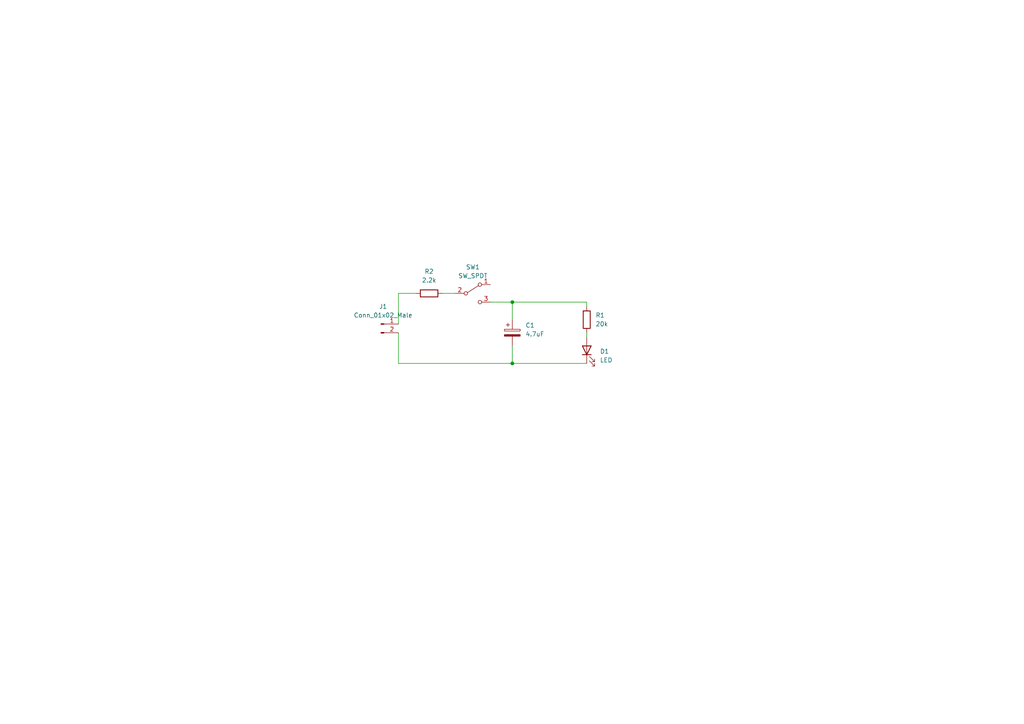
<source format=kicad_sch>
(kicad_sch (version 20211123) (generator eeschema)
  (paper "A4")
  (lib_symbols
    (symbol "Connector:Conn_01x02_Male" (pin_names (offset 1.016) hide)
      (property "Reference" "J" (at 0 2.54 0))
      (property "Value" "Conn_01x02_Male" (at 0 -5.08 0))
      (symbol "Conn_01x02_Male_1_1"
        (polyline (pts (xy 1.27 -2.54) (xy 0.8636 -2.54)) (stroke (width 0.1524)))
        (polyline (pts (xy 1.27 0) (xy 0.8636 0)) (stroke (width 0.1524)))
        (rectangle (start 0.8636 -2.413) (end 0 -2.667) (stroke (width 0.1524)) (fill (type outline)))
        (rectangle (start 0.8636 0.127) (end 0 -0.127) (stroke (width 0.1524)) (fill (type outline)))
        (pin passive line (at 5.08 0 180) (length 3.81) (name "Pin_1") (number "1"))
        (pin passive line (at 5.08 -2.54 180) (length 3.81) (name "Pin_2") (number "2"))
      )
    )
    (symbol "Device:C_Polarized" (pin_numbers hide) (pin_names (offset 0.254))
      (property "Reference" "C" (at 0.635 2.54 0))
      (property "Value" "C_Polarized" (at 0.635 -2.54 0))
      (symbol "C_Polarized_0_1"
        (rectangle (start -2.286 0.508) (end 2.286 1.016))
        (polyline (pts (xy -1.778 2.286) (xy -0.762 2.286)))
        (polyline (pts (xy -1.27 2.794) (xy -1.27 1.778)))
        (rectangle (start 2.286 -0.508) (end -2.286 -1.016) (fill (type outline)))
      )
      (symbol "C_Polarized_1_1"
        (pin passive line (at 0 3.81 270) (length 2.794) (name "~") (number "1"))
        (pin passive line (at 0 -3.81 90) (length 2.794) (name "~") (number "2"))
      )
    )
    (symbol "Device:LED" (pin_numbers hide) (pin_names (offset 1.016) hide)
      (property "Reference" "D" (at 0 2.54 0))
      (property "Value" "LED" (at 0 -2.54 0))
      (symbol "LED_0_1"
        (polyline (pts (xy -1.27 -1.27) (xy -1.27 1.27)) (stroke (width 0.254)))
        (polyline (pts (xy -1.27 0) (xy 1.27 0)))
        (polyline (pts (xy 1.27 -1.27) (xy 1.27 1.27) (xy -1.27 0) (xy 1.27 -1.27)) (stroke (width 0.254)))
        (polyline (pts (xy -3.048 -0.762) (xy -4.572 -2.286) (xy -3.81 -2.286) (xy -4.572 -2.286) (xy -4.572 -1.524)))
        (polyline (pts (xy -1.778 -0.762) (xy -3.302 -2.286) (xy -2.54 -2.286) (xy -3.302 -2.286) (xy -3.302 -1.524)))
      )
      (symbol "LED_1_1"
        (pin passive line (at -3.81 0 0) (length 2.54) (name "K") (number "1"))
        (pin passive line (at 3.81 0 180) (length 2.54) (name "A") (number "2"))
      )
    )
    (symbol "Device:R" (pin_numbers hide) (pin_names (offset 0))
      (property "Reference" "R" (at 2.032 0 90))
      (property "Value" "R" (at 0 0 90))
      (symbol "R_0_1"
        (rectangle (start -1.016 -2.54) (end 1.016 2.54) (stroke (width 0.254)))
      )
      (symbol "R_1_1"
        (pin passive line (at 0 3.81 270) (length 1.27) (name "~") (number "1"))
        (pin passive line (at 0 -3.81 90) (length 1.27) (name "~") (number "2"))
      )
    )
    (symbol "Switch:SW_SPDT" (pin_names (offset 0) hide)
      (property "Reference" "SW" (at 0 4.318 0))
      (property "Value" "SW_SPDT" (at 0 -5.08 0))
      (symbol "SW_SPDT_0_0"
        (circle (center -2.032 0) (radius 0.508))
        (circle (center 2.032 -2.54) (radius 0.508))
      )
      (symbol "SW_SPDT_0_1"
        (polyline (pts (xy -1.524 0.254) (xy 1.651 2.286)))
        (circle (center 2.032 2.54) (radius 0.508))
      )
      (symbol "SW_SPDT_1_1"
        (pin passive line (at 5.08 2.54 180) (length 2.54) (name "A") (number "1"))
        (pin passive line (at -5.08 0 0) (length 2.54) (name "B") (number "2"))
        (pin passive line (at 5.08 -2.54 180) (length 2.54) (name "C") (number "3"))
      )
    )
  )
  (junction (at 148.59 87.63))
  (junction (at 148.59 105.41))
  (wire (pts (xy 148.59 100.33) (xy 148.59 105.41)))
  (wire (pts (xy 115.57 105.41) (xy 148.59 105.41)))
  (wire (pts (xy 115.57 96.52) (xy 115.57 105.41)))
  (wire (pts (xy 170.18 87.63) (xy 170.18 88.9)))
  (wire (pts (xy 142.24 87.63) (xy 148.59 87.63)))
  (wire (pts (xy 115.57 85.09) (xy 120.65 85.09)))
  (wire (pts (xy 148.59 87.63) (xy 170.18 87.63)))
  (wire (pts (xy 170.18 105.41) (xy 148.59 105.41)))
  (wire (pts (xy 128.27 85.09) (xy 132.08 85.09)))
  (wire (pts (xy 170.18 96.52) (xy 170.18 97.79)))
  (wire (pts (xy 148.59 87.63) (xy 148.59 92.71)))
  (wire (pts (xy 115.57 93.98) (xy 115.57 85.09)))
  (symbol (lib_id "Device:R") (at 124.46 85.09 90) (unit 1)
    (property "Reference" "R2" (at 124.46 78.74 90))
    (property "Value" "2.2k" (at 124.46 81.28 90))
  )
  (symbol (lib_id "Connector:Conn_01x02_Male") (at 110.49 93.98 0) (unit 1)
    (property "Reference" "J1" (at 111.125 88.9 0))
    (property "Value" "Conn_01x02_Male" (at 111.125 91.44 0))
  )
  (symbol (lib_id "Device:LED") (at 170.18 101.6 90) (unit 1)
    (property "Reference" "D1" (at 173.99 101.9174 90) (effects (justify right)))
    (property "Value" "LED" (at 173.99 104.4574 90) (effects (justify right)))
  )
  (symbol (lib_id "Device:R") (at 170.18 92.71 0) (unit 1)
    (property "Reference" "R1" (at 172.72 91.4399 0) (effects (justify left)))
    (property "Value" "20k" (at 172.72 93.9799 0) (effects (justify left)))
  )
  (symbol (lib_id "Device:C_Polarized") (at 148.59 96.52 0) (unit 1)
    (property "Reference" "C1" (at 152.4 94.3609 0) (effects (justify left)))
    (property "Value" "4.7uF" (at 152.4 96.9009 0) (effects (justify left)))
  )
  (symbol (lib_id "Switch:SW_SPDT") (at 137.16 85.09 0) (unit 1)
    (property "Reference" "SW1" (at 137.16 77.47 0))
    (property "Value" "SW_SPDT" (at 137.16 80.01 0))
  )
)
</source>
